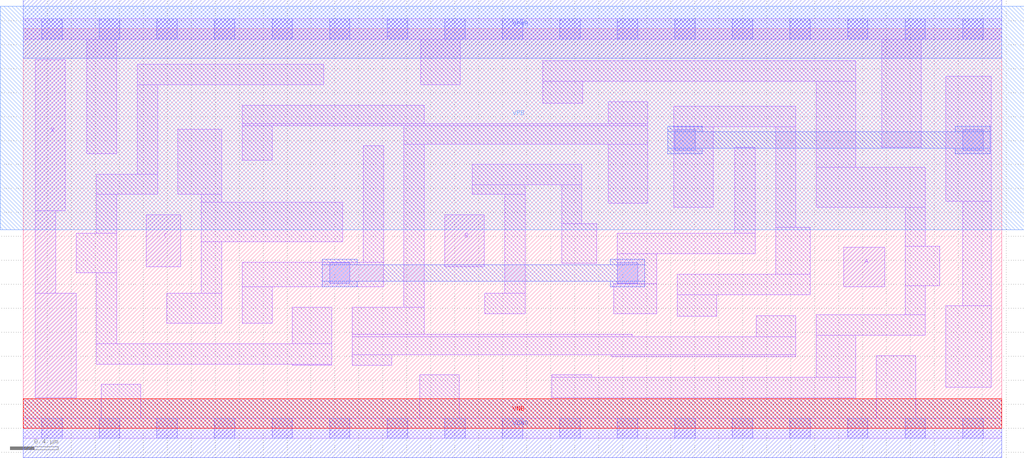
<source format=lef>
# Copyright 2020 The SkyWater PDK Authors
#
# Licensed under the Apache License, Version 2.0 (the "License");
# you may not use this file except in compliance with the License.
# You may obtain a copy of the License at
#
#     https://www.apache.org/licenses/LICENSE-2.0
#
# Unless required by applicable law or agreed to in writing, software
# distributed under the License is distributed on an "AS IS" BASIS,
# WITHOUT WARRANTIES OR CONDITIONS OF ANY KIND, either express or implied.
# See the License for the specific language governing permissions and
# limitations under the License.
#
# SPDX-License-Identifier: Apache-2.0

VERSION 5.7 ;
  NOWIREEXTENSIONATPIN ON ;
  DIVIDERCHAR "/" ;
  BUSBITCHARS "[]" ;
MACRO sky130_fd_sc_lp__xnor3_1
  CLASS CORE ;
  FOREIGN sky130_fd_sc_lp__xnor3_1 ;
  ORIGIN  0.000000  0.000000 ;
  SIZE  8.160000 BY  3.330000 ;
  SYMMETRY X Y R90 ;
  SITE unit ;
  PIN A
    ANTENNAGATEAREA  0.246000 ;
    DIRECTION INPUT ;
    USE SIGNAL ;
    PORT
      LAYER li1 ;
        RECT 6.845000 1.180000 7.185000 1.510000 ;
    END
  END A
  PIN B
    ANTENNAGATEAREA  0.729000 ;
    DIRECTION INPUT ;
    USE SIGNAL ;
    PORT
      LAYER li1 ;
        RECT 3.515000 1.345000 3.845000 1.780000 ;
    END
  END B
  PIN C
    ANTENNAGATEAREA  0.381000 ;
    DIRECTION INPUT ;
    USE SIGNAL ;
    PORT
      LAYER li1 ;
        RECT 1.025000 1.345000 1.315000 1.780000 ;
    END
  END C
  PIN X
    ANTENNADIFFAREA  0.575400 ;
    DIRECTION OUTPUT ;
    USE SIGNAL ;
    PORT
      LAYER li1 ;
        RECT 0.100000 0.255000 0.440000 1.125000 ;
        RECT 0.100000 1.125000 0.270000 1.815000 ;
        RECT 0.100000 1.815000 0.350000 3.075000 ;
    END
  END X
  PIN VGND
    DIRECTION INOUT ;
    USE GROUND ;
    PORT
      LAYER met1 ;
        RECT 0.000000 -0.245000 8.160000 0.245000 ;
    END
  END VGND
  PIN VNB
    DIRECTION INOUT ;
    USE GROUND ;
    PORT
      LAYER pwell ;
        RECT 0.000000 0.000000 8.160000 0.245000 ;
    END
  END VNB
  PIN VPB
    DIRECTION INOUT ;
    USE POWER ;
    PORT
      LAYER nwell ;
        RECT -0.190000 1.655000 8.350000 3.520000 ;
    END
  END VPB
  PIN VPWR
    DIRECTION INOUT ;
    USE POWER ;
    PORT
      LAYER met1 ;
        RECT 0.000000 3.085000 8.160000 3.575000 ;
    END
  END VPWR
  OBS
    LAYER li1 ;
      RECT 0.000000 -0.085000 8.160000 0.085000 ;
      RECT 0.000000  3.245000 8.160000 3.415000 ;
      RECT 0.440000  1.295000 0.780000 1.625000 ;
      RECT 0.530000  2.290000 0.780000 3.245000 ;
      RECT 0.610000  0.535000 2.575000 0.705000 ;
      RECT 0.610000  0.705000 0.780000 1.295000 ;
      RECT 0.610000  1.625000 0.780000 1.950000 ;
      RECT 0.610000  1.950000 1.120000 2.120000 ;
      RECT 0.650000  0.085000 0.980000 0.365000 ;
      RECT 0.950000  2.120000 1.120000 2.865000 ;
      RECT 0.950000  2.865000 2.505000 3.035000 ;
      RECT 1.195000  0.875000 1.655000 1.125000 ;
      RECT 1.290000  1.950000 1.655000 2.495000 ;
      RECT 1.485000  1.125000 1.655000 1.555000 ;
      RECT 1.485000  1.555000 2.665000 1.885000 ;
      RECT 1.485000  1.885000 1.655000 1.950000 ;
      RECT 1.825000  0.875000 2.075000 1.180000 ;
      RECT 1.825000  1.180000 3.005000 1.385000 ;
      RECT 1.825000  2.235000 2.075000 2.525000 ;
      RECT 1.825000  2.525000 5.210000 2.540000 ;
      RECT 1.825000  2.540000 3.345000 2.695000 ;
      RECT 2.245000  0.525000 2.575000 0.535000 ;
      RECT 2.245000  0.705000 2.575000 1.010000 ;
      RECT 2.745000  0.525000 3.075000 0.615000 ;
      RECT 2.745000  0.615000 6.445000 0.765000 ;
      RECT 2.745000  0.765000 5.080000 0.785000 ;
      RECT 2.745000  0.785000 3.345000 1.010000 ;
      RECT 2.835000  1.385000 3.005000 2.355000 ;
      RECT 3.175000  1.010000 3.345000 2.370000 ;
      RECT 3.175000  2.370000 5.210000 2.525000 ;
      RECT 3.305000  0.085000 3.635000 0.445000 ;
      RECT 3.315000  2.865000 3.645000 3.245000 ;
      RECT 3.745000  1.950000 4.185000 2.030000 ;
      RECT 3.745000  2.030000 4.660000 2.200000 ;
      RECT 3.850000  0.955000 4.185000 1.125000 ;
      RECT 4.015000  1.125000 4.185000 1.950000 ;
      RECT 4.335000  2.710000 4.665000 2.895000 ;
      RECT 4.335000  2.895000 6.945000 3.065000 ;
      RECT 4.410000  0.255000 6.945000 0.425000 ;
      RECT 4.410000  0.425000 4.740000 0.445000 ;
      RECT 4.490000  1.375000 4.785000 1.705000 ;
      RECT 4.490000  1.705000 4.660000 2.030000 ;
      RECT 4.880000  1.875000 5.210000 2.370000 ;
      RECT 4.880000  2.540000 5.210000 2.725000 ;
      RECT 4.910000  0.595000 6.445000 0.615000 ;
      RECT 4.925000  0.955000 5.285000 1.205000 ;
      RECT 4.955000  1.205000 5.285000 1.455000 ;
      RECT 4.955000  1.455000 6.105000 1.625000 ;
      RECT 5.425000  1.845000 5.755000 2.515000 ;
      RECT 5.425000  2.515000 6.445000 2.685000 ;
      RECT 5.455000  0.935000 5.785000 1.115000 ;
      RECT 5.455000  1.115000 6.565000 1.285000 ;
      RECT 5.935000  1.625000 6.105000 2.345000 ;
      RECT 6.115000  0.765000 6.445000 0.940000 ;
      RECT 6.275000  1.285000 6.565000 1.675000 ;
      RECT 6.275000  1.675000 6.445000 2.515000 ;
      RECT 6.615000  0.425000 6.945000 0.775000 ;
      RECT 6.615000  0.775000 7.525000 0.945000 ;
      RECT 6.615000  1.845000 7.525000 2.175000 ;
      RECT 6.615000  2.175000 6.945000 2.895000 ;
      RECT 7.115000  0.085000 7.445000 0.605000 ;
      RECT 7.160000  2.345000 7.490000 3.245000 ;
      RECT 7.355000  0.945000 7.525000 1.190000 ;
      RECT 7.355000  1.190000 7.645000 1.520000 ;
      RECT 7.355000  1.520000 7.525000 1.845000 ;
      RECT 7.695000  0.340000 8.075000 1.020000 ;
      RECT 7.695000  1.895000 8.075000 2.935000 ;
      RECT 7.835000  1.020000 8.075000 1.895000 ;
    LAYER mcon ;
      RECT 0.155000 -0.085000 0.325000 0.085000 ;
      RECT 0.155000  3.245000 0.325000 3.415000 ;
      RECT 0.635000 -0.085000 0.805000 0.085000 ;
      RECT 0.635000  3.245000 0.805000 3.415000 ;
      RECT 1.115000 -0.085000 1.285000 0.085000 ;
      RECT 1.115000  3.245000 1.285000 3.415000 ;
      RECT 1.595000 -0.085000 1.765000 0.085000 ;
      RECT 1.595000  3.245000 1.765000 3.415000 ;
      RECT 2.075000 -0.085000 2.245000 0.085000 ;
      RECT 2.075000  3.245000 2.245000 3.415000 ;
      RECT 2.555000 -0.085000 2.725000 0.085000 ;
      RECT 2.555000  1.210000 2.725000 1.380000 ;
      RECT 2.555000  3.245000 2.725000 3.415000 ;
      RECT 3.035000 -0.085000 3.205000 0.085000 ;
      RECT 3.035000  3.245000 3.205000 3.415000 ;
      RECT 3.515000 -0.085000 3.685000 0.085000 ;
      RECT 3.515000  3.245000 3.685000 3.415000 ;
      RECT 3.995000 -0.085000 4.165000 0.085000 ;
      RECT 3.995000  3.245000 4.165000 3.415000 ;
      RECT 4.475000 -0.085000 4.645000 0.085000 ;
      RECT 4.475000  3.245000 4.645000 3.415000 ;
      RECT 4.955000 -0.085000 5.125000 0.085000 ;
      RECT 4.955000  1.210000 5.125000 1.380000 ;
      RECT 4.955000  3.245000 5.125000 3.415000 ;
      RECT 5.435000 -0.085000 5.605000 0.085000 ;
      RECT 5.435000  2.320000 5.605000 2.490000 ;
      RECT 5.435000  3.245000 5.605000 3.415000 ;
      RECT 5.915000 -0.085000 6.085000 0.085000 ;
      RECT 5.915000  3.245000 6.085000 3.415000 ;
      RECT 6.395000 -0.085000 6.565000 0.085000 ;
      RECT 6.395000  3.245000 6.565000 3.415000 ;
      RECT 6.875000 -0.085000 7.045000 0.085000 ;
      RECT 6.875000  3.245000 7.045000 3.415000 ;
      RECT 7.355000 -0.085000 7.525000 0.085000 ;
      RECT 7.355000  3.245000 7.525000 3.415000 ;
      RECT 7.835000 -0.085000 8.005000 0.085000 ;
      RECT 7.835000  2.320000 8.005000 2.490000 ;
      RECT 7.835000  3.245000 8.005000 3.415000 ;
    LAYER met1 ;
      RECT 2.495000 1.180000 2.785000 1.225000 ;
      RECT 2.495000 1.225000 5.185000 1.365000 ;
      RECT 2.495000 1.365000 2.785000 1.410000 ;
      RECT 4.895000 1.180000 5.185000 1.225000 ;
      RECT 4.895000 1.365000 5.185000 1.410000 ;
      RECT 5.375000 2.290000 5.665000 2.335000 ;
      RECT 5.375000 2.335000 8.065000 2.475000 ;
      RECT 5.375000 2.475000 5.665000 2.520000 ;
      RECT 7.775000 2.290000 8.065000 2.335000 ;
      RECT 7.775000 2.475000 8.065000 2.520000 ;
  END
END sky130_fd_sc_lp__xnor3_1
END LIBRARY

</source>
